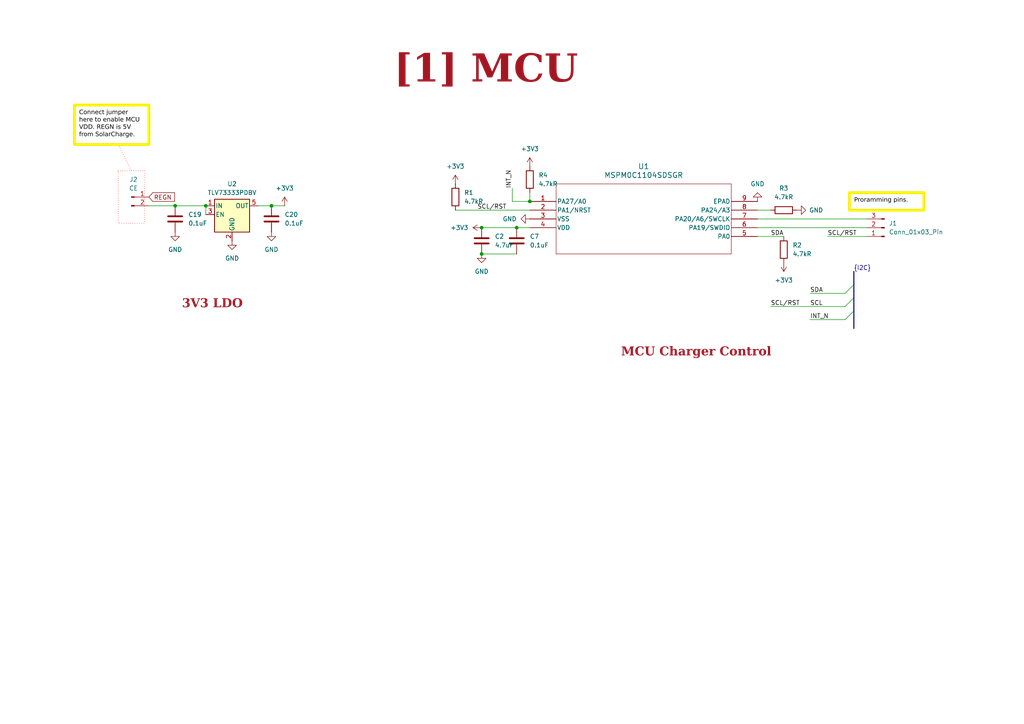
<source format=kicad_sch>
(kicad_sch (version 20250114) (generator "eeschema") (generator_version "9.0")
  (paper "A4")
  (title_block (title "MCU") (date "2025-01-12") (rev "${REVISION}") (company "${COMPANY}"))
  (lib_symbols
    (symbol "Connector:Conn_01x02_Pin" (pin_names (offset 1.016) (hide yes))
      (property "Reference" "J" (at 0 2.54 0))
      (property "Value" "Conn_01x02_Pin" (at 0 -5.08 0))
      (symbol "Conn_01x02_Pin_1_1"
        (rectangle (start 0.8636 0.127) (end 0 -0.127) (stroke (width 0.1524)) (fill (type outline)))
        (rectangle (start 0.8636 -2.413) (end 0 -2.667) (stroke (width 0.1524)) (fill (type outline)))
        (polyline (pts (xy 1.27 0) (xy 0.8636 0)) (stroke (width 0.1524)))
        (polyline (pts (xy 1.27 -2.54) (xy 0.8636 -2.54)) (stroke (width 0.1524)))
        (pin passive line (at 5.08 0 180) (length 3.81) (name "Pin_1") (number "1"))
        (pin passive line (at 5.08 -2.54 180) (length 3.81) (name "Pin_2") (number "2"))
      )
    )
    (symbol "Connector:Conn_01x03_Pin" (pin_names (offset 1.016) (hide yes))
      (property "Reference" "J" (at 0 5.08 0))
      (property "Value" "Conn_01x03_Pin" (at 0 -5.08 0))
      (symbol "Conn_01x03_Pin_1_1"
        (rectangle (start 0.8636 2.667) (end 0 2.413) (stroke (width 0.1524)) (fill (type outline)))
        (rectangle (start 0.8636 0.127) (end 0 -0.127) (stroke (width 0.1524)) (fill (type outline)))
        (rectangle (start 0.8636 -2.413) (end 0 -2.667) (stroke (width 0.1524)) (fill (type outline)))
        (polyline (pts (xy 1.27 2.54) (xy 0.8636 2.54)) (stroke (width 0.1524)))
        (polyline (pts (xy 1.27 0) (xy 0.8636 0)) (stroke (width 0.1524)))
        (polyline (pts (xy 1.27 -2.54) (xy 0.8636 -2.54)) (stroke (width 0.1524)))
        (pin passive line (at 5.08 2.54 180) (length 3.81) (name "Pin_1") (number "1"))
        (pin passive line (at 5.08 0 180) (length 3.81) (name "Pin_2") (number "2"))
        (pin passive line (at 5.08 -2.54 180) (length 3.81) (name "Pin_3") (number "3"))
      )
    )
    (symbol "Device:C" (pin_numbers (hide yes)) (pin_names (offset 0.254))
      (property "Reference" "C" (at 0.635 2.54 0))
      (property "Value" "C" (at 0.635 -2.54 0))
      (symbol "C_0_1"
        (polyline (pts (xy -2.032 0.762) (xy 2.032 0.762)) (stroke (width 0.508)))
        (polyline (pts (xy -2.032 -0.762) (xy 2.032 -0.762)) (stroke (width 0.508)))
      )
      (symbol "C_1_1"
        (pin passive line (at 0 3.81 270) (length 2.794) (name "~") (number "1"))
        (pin passive line (at 0 -3.81 90) (length 2.794) (name "~") (number "2"))
      )
    )
    (symbol "Device:R" (pin_numbers (hide yes)) (pin_names (offset 0))
      (property "Reference" "R" (at 2.032 0 90))
      (property "Value" "R" (at 0 0 90))
      (symbol "R_0_1"
        (rectangle (start -1.016 -2.54) (end 1.016 2.54) (stroke (width 0.254)))
      )
      (symbol "R_1_1"
        (pin passive line (at 0 3.81 270) (length 1.27) (name "~") (number "1"))
        (pin passive line (at 0 -3.81 90) (length 1.27) (name "~") (number "2"))
      )
    )
    (symbol "Regulator_Linear:TLV73333PDBV" (pin_names (offset 0.254))
      (property "Reference" "U" (at -3.81 5.715 0))
      (property "Value" "TLV73333PDBV" (at 0 5.715 0))
      (symbol "TLV73333PDBV_0_1"
        (rectangle (start -5.08 4.445) (end 5.08 -5.08) (stroke (width 0.254)) (fill (type background)))
      )
      (symbol "TLV73333PDBV_1_1"
        (pin power_in line (at -7.62 2.54 0) (length 2.54) (name "IN") (number "1"))
        (pin input line (at -7.62 0 0) (length 2.54) (name "EN") (number "3"))
        (pin power_in line (at 0 -7.62 90) (length 2.54) (name "GND") (number "2"))
        (pin no_connect line (at 5.08 0 180) (length 2.54) (hide yes) (name "NC") (number "4"))
        (pin power_out line (at 7.62 2.54 180) (length 2.54) (name "OUT") (number "5"))
      )
    )
    (symbol "power:+3V3" (power) (pin_numbers (hide yes)) (pin_names (offset 0) (hide yes))
      (property "Value" "+3V3" (at 0 3.556 0))
      (symbol "+3V3_0_1"
        (polyline (pts (xy -0.762 1.27) (xy 0 2.54)))
        (polyline (pts (xy 0 2.54) (xy 0.762 1.27)))
        (polyline (pts (xy 0 0) (xy 0 2.54)))
      )
      (symbol "+3V3_1_1"
        (pin power_in line (at 0 0 90) (length 0) (name "~") (number "1"))
      )
    )
    (symbol "power:GND" (power) (pin_numbers (hide yes)) (pin_names (offset 0) (hide yes))
      (property "Value" "GND" (at 0 -3.81 0))
      (symbol "GND_0_1"
        (polyline (pts (xy 0 0) (xy 0 -1.27) (xy 1.27 -1.27) (xy 0 -2.54) (xy -1.27 -1.27) (xy 0 -1.27)))
      )
      (symbol "GND_1_1"
        (pin power_in line (at 0 0 270) (length 0) (name "~") (number "1"))
      )
    )
    (symbol "solar_station:MSPM0C1104SDSGR" (pin_names (offset 0.254))
      (property "Reference" "U" (at 33.02 10.16 0))
      (property "Value" "MSPM0C1104SDSGR" (at 33.02 7.62 0))
      (symbol "MSPM0C1104SDSGR_0_1"
        (polyline (pts (xy 7.62 5.08) (xy 7.62 -15.24)) (stroke (width 0.127)))
        (polyline (pts (xy 7.62 -15.24) (xy 58.42 -15.24)) (stroke (width 0.127)))
        (polyline (pts (xy 58.42 5.08) (xy 7.62 5.08)) (stroke (width 0.127)))
        (polyline (pts (xy 58.42 -15.24) (xy 58.42 5.08)) (stroke (width 0.127)))
        (pin bidirectional line (at 0 0 0) (length 7.62) (name "PA27/A0") (number "1"))
        (pin bidirectional line (at 0 -2.54 0) (length 7.62) (name "PA1/NRST") (number "2"))
        (pin power_in line (at 0 -5.08 0) (length 7.62) (name "VSS") (number "3"))
        (pin power_in line (at 0 -7.62 0) (length 7.62) (name "VDD") (number "4"))
        (pin power_out line (at 66.04 0 180) (length 7.62) (name "EPAD") (number "9"))
        (pin bidirectional line (at 66.04 -2.54 180) (length 7.62) (name "PA24/A3") (number "8"))
        (pin bidirectional line (at 66.04 -5.08 180) (length 7.62) (name "PA20/A6/SWCLK") (number "7"))
        (pin bidirectional line (at 66.04 -7.62 180) (length 7.62) (name "PA19/SWDIO") (number "6"))
        (pin bidirectional line (at 66.04 -10.16 180) (length 7.62) (name "PA0") (number "5"))
      )
    )
  )
  (rectangle (start 34.29 49.53) (end 41.91 64.77) (stroke (width 0) (type dot) (color 255 0 0 1)))
  (text_box "Connect jumper here to enable MCU VDD. REGN is 5V from SolarCharge." (at 21.59 30.48 0) (size 21.59 11.43) (margins 1.3525 1.3525 1.3525 1.3525) (stroke (width 0.8) (color 250 236 0 1)) (effects (font (size 1.27 1.27)) (justify left top)))
  (text_box "[${#}] ${TITLE}" (at 92.71 13.97 0) (size 96.52 12.7) (margins 5.9999 5.9999 5.9999 5.9999) (stroke (width -0.0001)) (effects (font (size 8 8) (thickness 1.2) (bold yes))))
  (text_box "MCU Charger Control" (at 124.46 95.885 0) (size 154.94 9.525) (margins 1.9049 1.9049 1.9049 1.9049) (stroke (width -0.0001)) (effects (font (size 2.54 2.54) (thickness 0.508) (bold yes)) (justify bottom)))
  (text_box "3V3 LDO" (at 20.32 81.915 0) (size 82.55 9.525) (margins 1.9049 1.9049 1.9049 1.9049) (stroke (width -0.0001)) (effects (font (size 2.54 2.54) (thickness 0.508) (bold yes)) (justify bottom)))
  (text_box "Proramming pins." (at 246.38 55.88 0) (size 21.59 5.08) (margins 1.3525 1.3525 1.3525 1.3525) (stroke (width 0.8) (color 250 236 0 1)) (effects (font (size 1.27 1.27)) (justify left top)))
  (junction (at 78.74 59.69))
  (junction (at 139.7 73.66))
  (junction (at 153.67 58.42))
  (junction (at 149.86 66.04))
  (junction (at 59.69 59.69))
  (junction (at 50.8 59.69))
  (junction (at 139.7 66.04))
  (bus_entry (at 247.65 82.55) (size -2.54 2.54))
  (bus_entry (at 247.65 86.36) (size -2.54 2.54))
  (bus_entry (at 247.65 90.17) (size -2.54 2.54))
  (bus (pts (xy 247.65 86.36) (xy 247.65 90.17)))
  (wire (pts (xy 219.71 66.04) (xy 251.46 66.04)))
  (wire (pts (xy 234.95 92.71) (xy 245.11 92.71)))
  (wire (pts (xy 50.8 59.69) (xy 59.69 59.69)))
  (wire (pts (xy 139.7 66.04) (xy 149.86 66.04)))
  (bus (pts (xy 247.65 90.17) (xy 247.65 95.25)))
  (polyline (pts (xy 34.29 41.91) (xy 38.1 49.53)) (stroke (width 0) (type dot) (color 255 0 0 1)))
  (bus (pts (xy 247.65 82.55) (xy 247.65 86.36)))
  (wire (pts (xy 148.59 54.61) (xy 148.59 58.42)))
  (bus (pts (xy 247.65 78.74) (xy 247.65 82.55)))
  (wire (pts (xy 132.08 60.96) (xy 153.67 60.96)))
  (wire (pts (xy 219.71 60.96) (xy 223.52 60.96)))
  (wire (pts (xy 148.59 58.42) (xy 153.67 58.42)))
  (wire (pts (xy 234.95 85.09) (xy 245.11 85.09)))
  (wire (pts (xy 82.55 59.69) (xy 78.74 59.69)))
  (wire (pts (xy 223.52 88.9) (xy 245.11 88.9)))
  (wire (pts (xy 240.03 68.58) (xy 251.46 68.58)))
  (wire (pts (xy 219.71 63.5) (xy 251.46 63.5)))
  (wire (pts (xy 149.86 66.04) (xy 153.67 66.04)))
  (wire (pts (xy 78.74 59.69) (xy 74.93 59.69)))
  (wire (pts (xy 219.71 68.58) (xy 227.33 68.58)))
  (wire (pts (xy 59.69 59.69) (xy 59.69 62.23)))
  (wire (pts (xy 139.7 73.66) (xy 149.86 73.66)))
  (wire (pts (xy 153.67 55.88) (xy 153.67 58.42)))
  (wire (pts (xy 43.18 59.69) (xy 50.8 59.69)))
  (label "{I2C}" (at 247.65 78.74 0))
  (label "SDA" (at 234.95 85.09 0))
  (label "INT_N" (at 148.59 54.61 90))
  (label "SCL" (at 234.95 88.9 0))
  (label "SCL{slash}RST" (at 223.52 88.9 0))
  (label "SCL{slash}RST" (at 138.43 60.96 0))
  (label "SDA" (at 223.52 68.58 0))
  (label "INT_N" (at 234.95 92.71 0))
  (label "SCL{slash}RST" (at 240.03 68.58 0))
  (global_label "REGN" (shape input) (at 43.18 57.15 0) (property "Intersheetrefs" "${INTERSHEET_REFS}" (effects (hide yes))))
  (symbol (lib_id "power:GND") (at 219.71 58.42 180) (unit 1)
    (property "Reference" "#PWR01" (effects (hide yes)))
    (property "Value" "GND" (at 219.71 53.34 0))
    (property "Description" "Power symbol creates a global label with name \"GND\" , ground" (effects (hide yes)))
  )
  (symbol (lib_id "Device:R") (at 227.33 72.39 0) (unit 1)
    (property "Reference" "R2" (at 229.87 71.1199 0) (effects (justify left)))
    (property "Value" "4.7kR" (at 229.87 73.6599 0) (effects (justify left)))
    (property "Footprint" "Resistor_SMD:R_0402_1005Metric" (effects (hide yes)))
    (property "Description" "Resistor" (effects (hide yes)))
    (property "MPN" "TBD" (effects (hide yes)))
  )
  (symbol (lib_id "power:GND") (at 139.7 73.66 0) (unit 1)
    (property "Reference" "#PWR03" (effects (hide yes)))
    (property "Value" "GND" (at 139.7 78.74 0))
    (property "Description" "Power symbol creates a global label with name \"GND\" , ground" (effects (hide yes)))
  )
  (symbol (lib_id "Device:C") (at 149.86 69.85 180) (unit 1)
    (property "Reference" "C7" (at 153.67 68.5799 0) (effects (justify right)))
    (property "Value" "0.1uF" (at 153.67 71.1199 0) (effects (justify right)))
    (property "Footprint" "Capacitor_SMD:C_0603_1608Metric" (effects (hide yes)))
    (property "Description" "Unpolarized capacitor" (effects (hide yes)))
    (property "MPN" "TBD" (effects (hide yes)))
  )
  (symbol (lib_id "power:+3V3") (at 82.55 59.69 0) (unit 1)
    (property "Reference" "#PWR020" (effects (hide yes)))
    (property "Value" "+3V3" (at 82.55 54.61 0))
    (property "Description" "Power symbol creates a global label with name \"+3V3\"" (effects (hide yes)))
  )
  (symbol (lib_id "Regulator_Linear:TLV73333PDBV") (at 67.31 62.23 0) (unit 1)
    (property "Reference" "U2" (at 67.31 53.34 0))
    (property "Value" "TLV73333PDBV" (at 67.31 55.88 0))
    (property "Footprint" "Package_TO_SOT_SMD:SOT-23-5" (effects (hide yes)))
    (property "Datasheet" "http://www.ti.com/lit/ds/symlink/tlv733p.pdf" (effects (hide yes)))
    (property "Description" "300mA Capacitor-Free Low Dropout Voltage Regulator, Fixed Output 3.3V, SOT-23-5" (effects (hide yes)))
  )
  (symbol (lib_id "power:GND") (at 231.14 60.96 90) (unit 1)
    (property "Reference" "#PWR07" (effects (hide yes)))
    (property "Value" "GND" (at 234.6659 60.9599 90) (effects (justify right)))
    (property "Description" "Power symbol creates a global label with name \"GND\" , ground" (effects (hide yes)))
  )
  (symbol (lib_id "power:GND") (at 153.67 63.5 270) (unit 1)
    (property "Reference" "#PWR02" (effects (hide yes)))
    (property "Value" "GND" (at 149.86 63.4999 90) (effects (justify right)))
    (property "Description" "Power symbol creates a global label with name \"GND\" , ground" (effects (hide yes)))
  )
  (symbol (lib_id "power:+3V3") (at 153.67 48.26 0) (unit 1)
    (property "Reference" "#PWR08" (effects (hide yes)))
    (property "Value" "+3V3" (at 153.67 43.18 0))
    (property "Description" "Power symbol creates a global label with name \"+3V3\"" (effects (hide yes)))
  )
  (symbol (lib_id "power:+3V3") (at 139.7 66.04 90) (unit 1)
    (property "Reference" "#PWR06" (effects (hide yes)))
    (property "Value" "+3V3" (at 135.89 66.0399 90) (effects (justify left)))
    (property "Description" "Power symbol creates a global label with name \"+3V3\"" (effects (hide yes)))
  )
  (symbol (lib_id "Device:R") (at 132.08 57.15 0) (unit 1)
    (property "Reference" "R1" (at 134.62 55.8799 0) (effects (justify left)))
    (property "Value" "4.7kR" (at 134.62 58.4199 0) (effects (justify left)))
    (property "Footprint" "Resistor_SMD:R_0402_1005Metric" (effects (hide yes)))
    (property "Description" "Resistor" (effects (hide yes)))
    (property "MPN" "TBD" (effects (hide yes)))
  )
  (symbol (lib_id "power:GND") (at 78.74 67.31 0) (unit 1)
    (property "Reference" "#PWR019" (effects (hide yes)))
    (property "Value" "GND" (at 78.74 72.39 0))
    (property "Description" "Power symbol creates a global label with name \"GND\" , ground" (effects (hide yes)))
  )
  (symbol (lib_id "power:GND") (at 67.31 69.85 0) (unit 1)
    (property "Reference" "#PWR018" (effects (hide yes)))
    (property "Value" "GND" (at 67.31 74.93 0))
    (property "Description" "Power symbol creates a global label with name \"GND\" , ground" (effects (hide yes)))
  )
  (symbol (lib_id "Device:R") (at 227.33 60.96 90) (unit 1)
    (property "Reference" "R3" (at 227.33 54.61 90))
    (property "Value" "4.7kR" (at 227.33 57.15 90))
    (property "Footprint" "Resistor_SMD:R_0402_1005Metric" (effects (hide yes)))
    (property "Description" "Resistor" (effects (hide yes)))
    (property "MPN" "TBD" (effects (hide yes)))
  )
  (symbol (lib_id "power:+3V3") (at 227.33 76.2 180) (unit 1)
    (property "Reference" "#PWR05" (effects (hide yes)))
    (property "Value" "+3V3" (at 227.33 81.28 0))
    (property "Description" "Power symbol creates a global label with name \"+3V3\"" (effects (hide yes)))
  )
  (symbol (lib_id "Device:C") (at 139.7 69.85 180) (unit 1)
    (property "Reference" "C2" (at 143.51 68.5799 0) (effects (justify right)))
    (property "Value" "4.7uF" (at 143.51 71.1199 0) (effects (justify right)))
    (property "Footprint" "Capacitor_SMD:C_0603_1608Metric" (effects (hide yes)))
    (property "Description" "Unpolarized capacitor" (effects (hide yes)))
    (property "MPN" "TBD" (effects (hide yes)))
  )
  (symbol (lib_id "Connector:Conn_01x02_Pin") (at 38.1 57.15 0) (unit 1)
    (property "Reference" "J2" (at 38.735 52.07 0))
    (property "Value" "CE" (at 38.735 54.61 0))
    (property "Footprint" "Connector_PinHeader_2.54mm:PinHeader_1x02_P2.54mm_Vertical" (effects (hide yes)))
    (property "Description" "Generic connector, single row, 01x02, script generated" (effects (hide yes)))
  )
  (symbol (lib_id "Device:R") (at 153.67 52.07 0) (unit 1)
    (property "Reference" "R4" (at 156.21 50.7999 0) (effects (justify left)))
    (property "Value" "4.7kR" (at 156.21 53.3399 0) (effects (justify left)))
    (property "Footprint" "Resistor_SMD:R_0402_1005Metric" (effects (hide yes)))
    (property "Description" "Resistor" (effects (hide yes)))
    (property "MPN" "TBD" (effects (hide yes)))
  )
  (symbol (lib_id "Connector:Conn_01x03_Pin") (at 256.54 66.04 180) (unit 1)
    (property "Reference" "J1" (at 257.81 64.7699 0) (effects (justify right)))
    (property "Value" "Conn_01x03_Pin" (at 257.81 67.3099 0) (effects (justify right)))
    (property "Footprint" "Connector_PinSocket_2.54mm:PinSocket_1x03_P2.54mm_Vertical" (effects (hide yes)))
    (property "Description" "Generic connector, single row, 01x03, script generated" (effects (hide yes)))
  )
  (symbol (lib_id "solar_station:MSPM0C1104SDSGR") (at 153.67 58.42 0) (unit 1)
    (property "Reference" "U1" (at 186.69 48.26 0) (effects (font (size 1.524 1.524))))
    (property "Value" "MSPM0C1104SDSGR" (at 186.69 50.8 0) (effects (font (size 1.524 1.524))))
    (property "Footprint" "Package_TO_SOT_SMD:TSOT-23-8" (effects (hide yes)))
    (property "Datasheet" "https://www.ti.com/lit/gpn/mspm0c1104" (effects (hide yes)))
  )
  (symbol (lib_id "power:GND") (at 50.8 67.31 0) (unit 1)
    (property "Reference" "#PWR017" (effects (hide yes)))
    (property "Value" "GND" (at 50.8 72.39 0))
    (property "Description" "Power symbol creates a global label with name \"GND\" , ground" (effects (hide yes)))
  )
  (symbol (lib_id "Device:C") (at 50.8 63.5 180) (unit 1)
    (property "Reference" "C19" (at 54.61 62.2299 0) (effects (justify right)))
    (property "Value" "0.1uF" (at 54.61 64.7699 0) (effects (justify right)))
    (property "Footprint" "Capacitor_SMD:C_0603_1608Metric" (effects (hide yes)))
    (property "Description" "Unpolarized capacitor" (effects (hide yes)))
    (property "MPN" "TBD" (effects (hide yes)))
  )
  (symbol (lib_id "power:+3V3") (at 132.08 53.34 0) (unit 1)
    (property "Reference" "#PWR04" (effects (hide yes)))
    (property "Value" "+3V3" (at 132.08 48.26 0))
    (property "Description" "Power symbol creates a global label with name \"+3V3\"" (effects (hide yes)))
  )
  (symbol (lib_id "Device:C") (at 78.74 63.5 180) (unit 1)
    (property "Reference" "C20" (at 82.55 62.2299 0) (effects (justify right)))
    (property "Value" "0.1uF" (at 82.55 64.7699 0) (effects (justify right)))
    (property "Footprint" "Capacitor_SMD:C_0603_1608Metric" (effects (hide yes)))
    (property "Description" "Unpolarized capacitor" (effects (hide yes)))
    (property "MPN" "TBD" (effects (hide yes)))
  )
)
</source>
